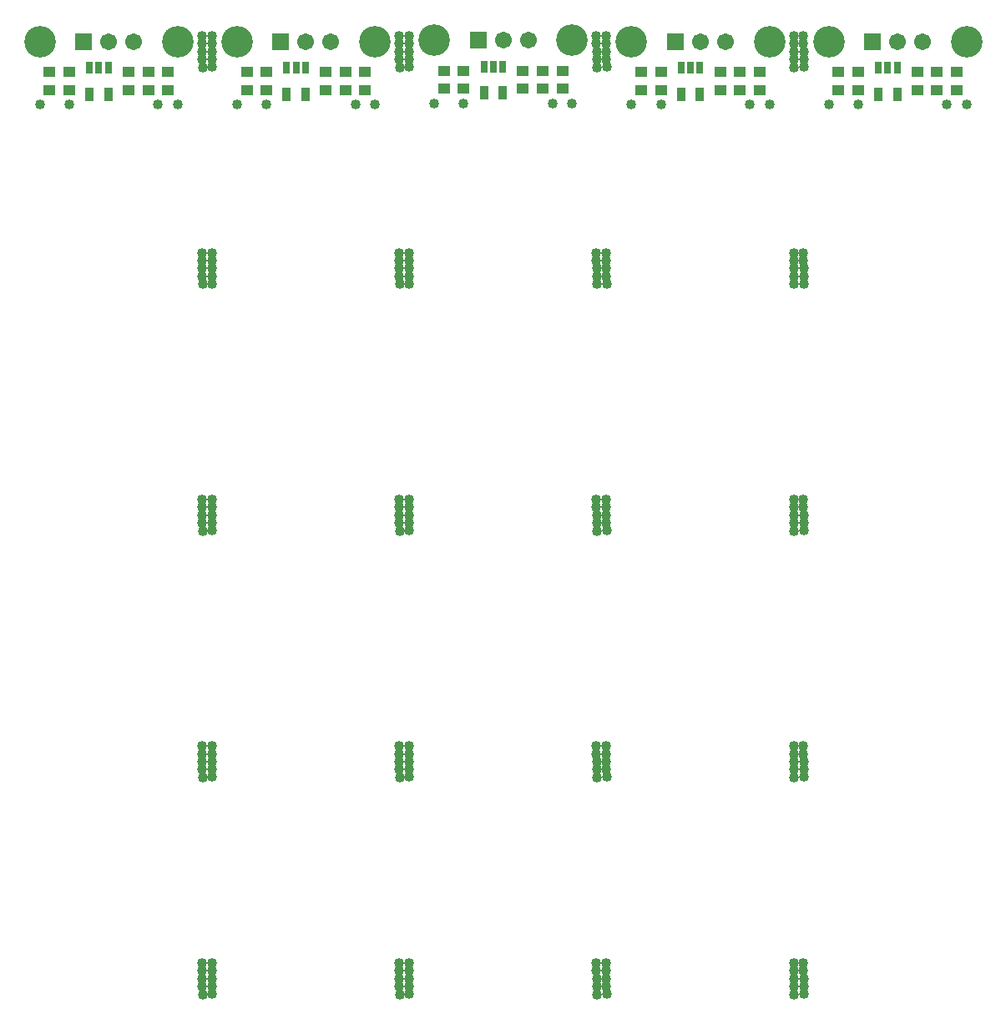
<source format=gts>
%FSTAX24Y24*%
%MOIN*%
G70*
G01*
G75*
G04 Layer_Color=8388736*
%ADD10R,0.0374X0.0315*%
%ADD11R,0.0217X0.0472*%
%ADD12R,0.0256X0.0472*%
%ADD13C,0.0100*%
%ADD14C,0.0039*%
%ADD15C,0.0591*%
%ADD16R,0.0591X0.0591*%
%ADD17C,0.1181*%
%ADD18C,0.0320*%
%ADD19O,0.0217X0.0472*%
%ADD20R,0.0315X0.0374*%
%ADD21C,0.0079*%
%ADD22C,0.0059*%
%ADD23R,0.0454X0.0395*%
%ADD24R,0.0256X0.0512*%
%ADD25R,0.0336X0.0552*%
%ADD26C,0.0671*%
%ADD27R,0.0671X0.0671*%
%ADD28C,0.1261*%
%ADD29C,0.0400*%
D23*
X108268Y087512D02*
D03*
Y086804D02*
D03*
X11063D02*
D03*
Y087512D02*
D03*
X111417Y086804D02*
D03*
Y087512D02*
D03*
X10748D02*
D03*
Y086804D02*
D03*
X112205Y087512D02*
D03*
Y086804D02*
D03*
X100394Y087512D02*
D03*
Y086804D02*
D03*
X102756D02*
D03*
Y087512D02*
D03*
X103543Y086804D02*
D03*
Y087512D02*
D03*
X099606D02*
D03*
Y086804D02*
D03*
X104331Y087512D02*
D03*
Y086804D02*
D03*
X09252Y087559D02*
D03*
Y08685D02*
D03*
X094882D02*
D03*
Y087559D02*
D03*
X095669Y08685D02*
D03*
Y087559D02*
D03*
X091732D02*
D03*
Y08685D02*
D03*
X096457Y087559D02*
D03*
Y08685D02*
D03*
X084646Y087512D02*
D03*
Y086804D02*
D03*
X087008D02*
D03*
Y087512D02*
D03*
X087795Y086804D02*
D03*
Y087512D02*
D03*
X083858D02*
D03*
Y086804D02*
D03*
X088583Y087512D02*
D03*
Y086804D02*
D03*
X080709Y087512D02*
D03*
Y086804D02*
D03*
X075984Y087512D02*
D03*
Y086804D02*
D03*
X079921D02*
D03*
Y087512D02*
D03*
X079134Y086804D02*
D03*
Y087512D02*
D03*
X076772D02*
D03*
Y086804D02*
D03*
D24*
X109823Y08768D02*
D03*
X109449D02*
D03*
X109075D02*
D03*
X101949D02*
D03*
X101575D02*
D03*
X101201D02*
D03*
X094075Y087727D02*
D03*
X093701D02*
D03*
X093327D02*
D03*
X086201Y08768D02*
D03*
X085827D02*
D03*
X085453D02*
D03*
X078327D02*
D03*
X077953D02*
D03*
X077579D02*
D03*
D25*
X109075Y086635D02*
D03*
X109823D02*
D03*
X101201D02*
D03*
X101949D02*
D03*
X093327Y086682D02*
D03*
X094075D02*
D03*
X085453Y086635D02*
D03*
X086201D02*
D03*
X077579D02*
D03*
X078327D02*
D03*
D26*
X110843Y088733D02*
D03*
X109843D02*
D03*
X102969D02*
D03*
X101968D02*
D03*
X095094Y08878D02*
D03*
X094094D02*
D03*
X08722Y088733D02*
D03*
X08622D02*
D03*
X079346D02*
D03*
X078346D02*
D03*
D27*
X108843D02*
D03*
X100969D02*
D03*
X093094Y08878D02*
D03*
X08522Y088733D02*
D03*
X077346D02*
D03*
D28*
X107087D02*
D03*
X112598D02*
D03*
X099213D02*
D03*
X104724D02*
D03*
X091339Y08878D02*
D03*
X09685D02*
D03*
X083465Y088733D02*
D03*
X088976D02*
D03*
X081102D02*
D03*
X075591D02*
D03*
D29*
X108268Y08622D02*
D03*
X111811D02*
D03*
X107087D02*
D03*
X112598D02*
D03*
X100394D02*
D03*
X103937D02*
D03*
X099213D02*
D03*
X104724D02*
D03*
X09252Y086267D02*
D03*
X096063D02*
D03*
X091339D02*
D03*
X09685D02*
D03*
X084646Y08622D02*
D03*
X088189D02*
D03*
X083465D02*
D03*
X088976D02*
D03*
X081102D02*
D03*
X075591D02*
D03*
X080315D02*
D03*
X082087Y0692D02*
D03*
X082071Y070145D02*
D03*
X082075Y069835D02*
D03*
X082079Y069525D02*
D03*
X082464Y070145D02*
D03*
X082468Y069835D02*
D03*
X082472Y069525D02*
D03*
X082476Y069215D02*
D03*
X082067Y070455D02*
D03*
X08246D02*
D03*
X089961Y0692D02*
D03*
X089945Y070145D02*
D03*
X089949Y069835D02*
D03*
X089953Y069525D02*
D03*
X090338Y070145D02*
D03*
X090342Y069835D02*
D03*
X090346Y069525D02*
D03*
X09035Y069215D02*
D03*
X089941Y070455D02*
D03*
X090334D02*
D03*
X097835Y0692D02*
D03*
X097819Y070145D02*
D03*
X097823Y069835D02*
D03*
X097827Y069525D02*
D03*
X098212Y070145D02*
D03*
X098216Y069835D02*
D03*
X09822Y069525D02*
D03*
X098224Y069215D02*
D03*
X097815Y070455D02*
D03*
X098208D02*
D03*
X105709Y0692D02*
D03*
X105693Y070145D02*
D03*
X105697Y069835D02*
D03*
X105701Y069525D02*
D03*
X106086Y070145D02*
D03*
X10609Y069835D02*
D03*
X106094Y069525D02*
D03*
X106098Y069215D02*
D03*
X105689Y070455D02*
D03*
X106082D02*
D03*
X082087Y050696D02*
D03*
X082071Y051641D02*
D03*
X082075Y051331D02*
D03*
X082079Y051021D02*
D03*
X082464Y051641D02*
D03*
X082468Y051331D02*
D03*
X082472Y051021D02*
D03*
X082476Y050711D02*
D03*
X082067Y051951D02*
D03*
X08246D02*
D03*
X097835Y050696D02*
D03*
X097819Y051641D02*
D03*
X097823Y051331D02*
D03*
X097827Y051021D02*
D03*
X098212Y051641D02*
D03*
X098216Y051331D02*
D03*
X09822Y051021D02*
D03*
X098224Y050711D02*
D03*
X097815Y051951D02*
D03*
X098208D02*
D03*
X105709Y050696D02*
D03*
X105693Y051641D02*
D03*
X105697Y051331D02*
D03*
X105701Y051021D02*
D03*
X106086Y051641D02*
D03*
X10609Y051331D02*
D03*
X106094Y051021D02*
D03*
X106098Y050711D02*
D03*
X105689Y051951D02*
D03*
X106082D02*
D03*
X089961Y050696D02*
D03*
X089945Y051641D02*
D03*
X089949Y051331D02*
D03*
X089953Y051021D02*
D03*
X090338Y051641D02*
D03*
X090342Y051331D02*
D03*
X090346Y051021D02*
D03*
X09035Y050711D02*
D03*
X089941Y051951D02*
D03*
X090334D02*
D03*
X082087Y087704D02*
D03*
X082071Y088649D02*
D03*
X082075Y088339D02*
D03*
X082079Y088029D02*
D03*
X082464Y088649D02*
D03*
X082468Y088339D02*
D03*
X082472Y088029D02*
D03*
X082476Y087719D02*
D03*
X082067Y088959D02*
D03*
X08246D02*
D03*
X089961Y087704D02*
D03*
X089945Y088649D02*
D03*
X089949Y088339D02*
D03*
X089953Y088029D02*
D03*
X090338Y088649D02*
D03*
X090342Y088339D02*
D03*
X090346Y088029D02*
D03*
X09035Y087719D02*
D03*
X089941Y088959D02*
D03*
X090334D02*
D03*
X097835Y087704D02*
D03*
X097819Y088649D02*
D03*
X097823Y088339D02*
D03*
X097827Y088029D02*
D03*
X098212Y088649D02*
D03*
X098216Y088339D02*
D03*
X09822Y088029D02*
D03*
X098224Y087719D02*
D03*
X097815Y088959D02*
D03*
X098208D02*
D03*
X105709Y087704D02*
D03*
X105693Y088649D02*
D03*
X105697Y088339D02*
D03*
X105701Y088029D02*
D03*
X106086Y088649D02*
D03*
X10609Y088339D02*
D03*
X106094Y088029D02*
D03*
X106098Y087719D02*
D03*
X105689Y088959D02*
D03*
X106082D02*
D03*
X08246Y080298D02*
D03*
X082067D02*
D03*
X082476Y079058D02*
D03*
X082472Y079368D02*
D03*
X082468Y079678D02*
D03*
X082464Y079988D02*
D03*
X082079Y079368D02*
D03*
X082075Y079678D02*
D03*
X082071Y079988D02*
D03*
X082087Y079043D02*
D03*
X090334Y080298D02*
D03*
X089941D02*
D03*
X09035Y079058D02*
D03*
X090346Y079368D02*
D03*
X090342Y079678D02*
D03*
X090338Y079988D02*
D03*
X089953Y079368D02*
D03*
X089949Y079678D02*
D03*
X089945Y079988D02*
D03*
X089961Y079043D02*
D03*
X098208Y080298D02*
D03*
X097815D02*
D03*
X098224Y079058D02*
D03*
X09822Y079368D02*
D03*
X098216Y079678D02*
D03*
X098212Y079988D02*
D03*
X097827Y079368D02*
D03*
X097823Y079678D02*
D03*
X097819Y079988D02*
D03*
X097835Y079043D02*
D03*
X106082Y080298D02*
D03*
X105689D02*
D03*
X106098Y079058D02*
D03*
X106094Y079368D02*
D03*
X10609Y079678D02*
D03*
X106086Y079988D02*
D03*
X105701Y079368D02*
D03*
X105697Y079678D02*
D03*
X105693Y079988D02*
D03*
X105709Y079043D02*
D03*
X08246Y051951D02*
D03*
X082067D02*
D03*
X082476Y050711D02*
D03*
X082472Y051021D02*
D03*
X082468Y051331D02*
D03*
X082464Y051641D02*
D03*
X082079Y051021D02*
D03*
X082075Y051331D02*
D03*
X082071Y051641D02*
D03*
X082087Y050696D02*
D03*
X090334Y051951D02*
D03*
X089941D02*
D03*
X09035Y050711D02*
D03*
X090346Y051021D02*
D03*
X090342Y051331D02*
D03*
X090338Y051641D02*
D03*
X089953Y051021D02*
D03*
X089949Y051331D02*
D03*
X089945Y051641D02*
D03*
X089961Y050696D02*
D03*
X082087Y059358D02*
D03*
X082071Y060303D02*
D03*
X082075Y059993D02*
D03*
X082079Y059683D02*
D03*
X082464Y060303D02*
D03*
X082468Y059993D02*
D03*
X082472Y059683D02*
D03*
X082476Y059373D02*
D03*
X082067Y060613D02*
D03*
X08246D02*
D03*
X089961Y059358D02*
D03*
X089945Y060303D02*
D03*
X089949Y059993D02*
D03*
X089953Y059683D02*
D03*
X090338Y060303D02*
D03*
X090342Y059993D02*
D03*
X090346Y059683D02*
D03*
X09035Y059373D02*
D03*
X089941Y060613D02*
D03*
X090334D02*
D03*
X097835Y059358D02*
D03*
X097819Y060303D02*
D03*
X097823Y059993D02*
D03*
X097827Y059683D02*
D03*
X098212Y060303D02*
D03*
X098216Y059993D02*
D03*
X09822Y059683D02*
D03*
X098224Y059373D02*
D03*
X097815Y060613D02*
D03*
X098208D02*
D03*
X105709Y059358D02*
D03*
X105693Y060303D02*
D03*
X105697Y059993D02*
D03*
X105701Y059683D02*
D03*
X106086Y060303D02*
D03*
X10609Y059993D02*
D03*
X106094Y059683D02*
D03*
X106098Y059373D02*
D03*
X105689Y060613D02*
D03*
X106082D02*
D03*
X076772Y08622D02*
D03*
M02*

</source>
